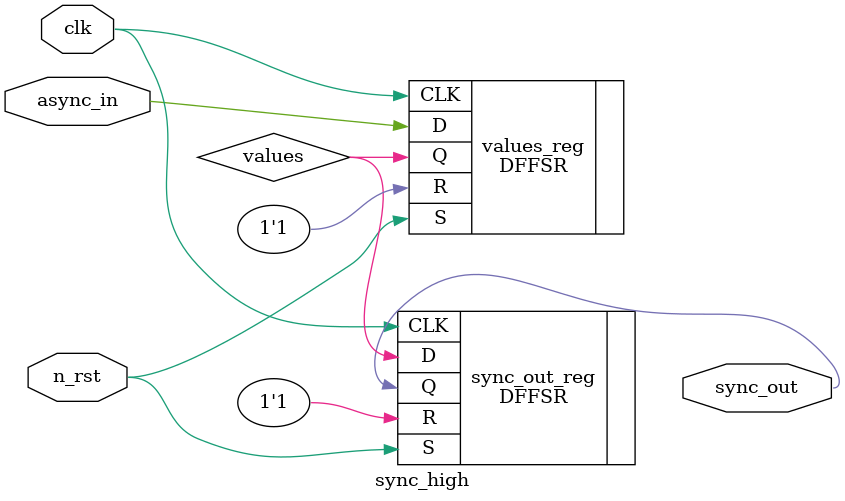
<source format=v>


module sync_high ( clk, n_rst, async_in, sync_out );
  input clk, n_rst, async_in;
  output sync_out;
  wire   values;

  DFFSR values_reg ( .D(async_in), .CLK(clk), .R(1'b1), .S(n_rst), .Q(values)
         );
  DFFSR sync_out_reg ( .D(values), .CLK(clk), .R(1'b1), .S(n_rst), .Q(sync_out) );
endmodule


</source>
